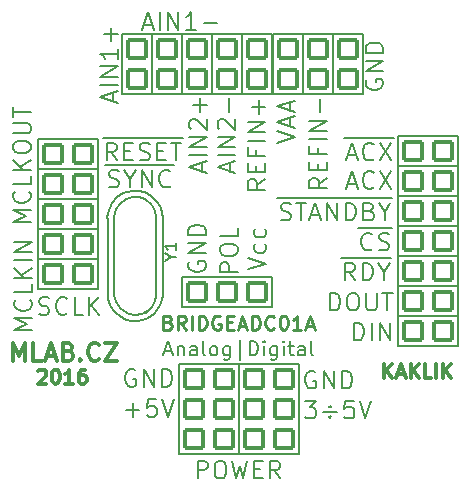
<source format=gbr>
%TF.GenerationSoftware,KiCad,Pcbnew,(5.99.0-10394-g2e15de97e0)*%
%TF.CreationDate,2021-05-18T08:40:14+02:00*%
%TF.ProjectId,BRIDGEADC01A,42524944-4745-4414-9443-3031412e6b69,REV*%
%TF.SameCoordinates,Original*%
%TF.FileFunction,Legend,Top*%
%TF.FilePolarity,Positive*%
%FSLAX46Y46*%
G04 Gerber Fmt 4.6, Leading zero omitted, Abs format (unit mm)*
G04 Created by KiCad (PCBNEW (5.99.0-10394-g2e15de97e0)) date 2021-05-18 08:40:14*
%MOMM*%
%LPD*%
G01*
G04 APERTURE LIST*
G04 Aperture macros list*
%AMRoundRect*
0 Rectangle with rounded corners*
0 $1 Rounding radius*
0 $2 $3 $4 $5 $6 $7 $8 $9 X,Y pos of 4 corners*
0 Add a 4 corners polygon primitive as box body*
4,1,4,$2,$3,$4,$5,$6,$7,$8,$9,$2,$3,0*
0 Add four circle primitives for the rounded corners*
1,1,$1+$1,$2,$3*
1,1,$1+$1,$4,$5*
1,1,$1+$1,$6,$7*
1,1,$1+$1,$8,$9*
0 Add four rect primitives between the rounded corners*
20,1,$1+$1,$2,$3,$4,$5,0*
20,1,$1+$1,$4,$5,$6,$7,0*
20,1,$1+$1,$6,$7,$8,$9,0*
20,1,$1+$1,$8,$9,$2,$3,0*%
G04 Aperture macros list end*
%ADD10C,0.150000*%
%ADD11C,0.250000*%
%ADD12C,0.200000*%
%ADD13C,0.300000*%
%ADD14R,1.524000X1.524000*%
%ADD15C,1.501140*%
%ADD16RoundRect,0.200000X0.762000X0.762000X-0.762000X0.762000X-0.762000X-0.762000X0.762000X-0.762000X0*%
%ADD17RoundRect,0.200000X0.762000X-0.762000X0.762000X0.762000X-0.762000X0.762000X-0.762000X-0.762000X0*%
%ADD18RoundRect,0.200000X-0.762000X-0.762000X0.762000X-0.762000X0.762000X0.762000X-0.762000X0.762000X0*%
%ADD19RoundRect,0.200000X-0.762000X0.762000X-0.762000X-0.762000X0.762000X-0.762000X0.762000X0.762000X0*%
%ADD20C,6.400000*%
%ADD21C,1.901140*%
G04 APERTURE END LIST*
D10*
X146543142Y-104979000D02*
X146400285Y-104907571D01*
X146186000Y-104907571D01*
X145971714Y-104979000D01*
X145828857Y-105121857D01*
X145757428Y-105264714D01*
X145686000Y-105550428D01*
X145686000Y-105764714D01*
X145757428Y-106050428D01*
X145828857Y-106193285D01*
X145971714Y-106336142D01*
X146186000Y-106407571D01*
X146328857Y-106407571D01*
X146543142Y-106336142D01*
X146614571Y-106264714D01*
X146614571Y-105764714D01*
X146328857Y-105764714D01*
X147257428Y-106407571D02*
X147257428Y-104907571D01*
X148114571Y-106407571D01*
X148114571Y-104907571D01*
X148828857Y-106407571D02*
X148828857Y-104907571D01*
X149186000Y-104907571D01*
X149400285Y-104979000D01*
X149543142Y-105121857D01*
X149614571Y-105264714D01*
X149686000Y-105550428D01*
X149686000Y-105764714D01*
X149614571Y-106050428D01*
X149543142Y-106193285D01*
X149400285Y-106336142D01*
X149186000Y-106407571D01*
X148828857Y-106407571D01*
X135887000Y-95695857D02*
X135815571Y-95838714D01*
X135815571Y-96053000D01*
X135887000Y-96267285D01*
X136029857Y-96410142D01*
X136172714Y-96481571D01*
X136458428Y-96553000D01*
X136672714Y-96553000D01*
X136958428Y-96481571D01*
X137101285Y-96410142D01*
X137244142Y-96267285D01*
X137315571Y-96053000D01*
X137315571Y-95910142D01*
X137244142Y-95695857D01*
X137172714Y-95624428D01*
X136672714Y-95624428D01*
X136672714Y-95910142D01*
X137315571Y-94981571D02*
X135815571Y-94981571D01*
X137315571Y-94124428D01*
X135815571Y-94124428D01*
X137315571Y-93410142D02*
X135815571Y-93410142D01*
X135815571Y-93053000D01*
X135887000Y-92838714D01*
X136029857Y-92695857D01*
X136172714Y-92624428D01*
X136458428Y-92553000D01*
X136672714Y-92553000D01*
X136958428Y-92624428D01*
X137101285Y-92695857D01*
X137244142Y-92838714D01*
X137315571Y-93053000D01*
X137315571Y-93410142D01*
X140895571Y-96338714D02*
X142395571Y-95838714D01*
X140895571Y-95338714D01*
X142324142Y-94195857D02*
X142395571Y-94338714D01*
X142395571Y-94624428D01*
X142324142Y-94767285D01*
X142252714Y-94838714D01*
X142109857Y-94910142D01*
X141681285Y-94910142D01*
X141538428Y-94838714D01*
X141467000Y-94767285D01*
X141395571Y-94624428D01*
X141395571Y-94338714D01*
X141467000Y-94195857D01*
X142324142Y-92910142D02*
X142395571Y-93053000D01*
X142395571Y-93338714D01*
X142324142Y-93481571D01*
X142252714Y-93553000D01*
X142109857Y-93624428D01*
X141681285Y-93624428D01*
X141538428Y-93553000D01*
X141467000Y-93481571D01*
X141395571Y-93338714D01*
X141395571Y-93053000D01*
X141467000Y-92910142D01*
X136601714Y-114027571D02*
X136601714Y-112527571D01*
X137173142Y-112527571D01*
X137316000Y-112599000D01*
X137387428Y-112670428D01*
X137458857Y-112813285D01*
X137458857Y-113027571D01*
X137387428Y-113170428D01*
X137316000Y-113241857D01*
X137173142Y-113313285D01*
X136601714Y-113313285D01*
X138387428Y-112527571D02*
X138673142Y-112527571D01*
X138816000Y-112599000D01*
X138958857Y-112741857D01*
X139030285Y-113027571D01*
X139030285Y-113527571D01*
X138958857Y-113813285D01*
X138816000Y-113956142D01*
X138673142Y-114027571D01*
X138387428Y-114027571D01*
X138244571Y-113956142D01*
X138101714Y-113813285D01*
X138030285Y-113527571D01*
X138030285Y-113027571D01*
X138101714Y-112741857D01*
X138244571Y-112599000D01*
X138387428Y-112527571D01*
X139530285Y-112527571D02*
X139887428Y-114027571D01*
X140173142Y-112956142D01*
X140458857Y-114027571D01*
X140816000Y-112527571D01*
X141387428Y-113241857D02*
X141887428Y-113241857D01*
X142101714Y-114027571D02*
X141387428Y-114027571D01*
X141387428Y-112527571D01*
X142101714Y-112527571D01*
X143601714Y-114027571D02*
X143101714Y-113313285D01*
X142744571Y-114027571D02*
X142744571Y-112527571D01*
X143316000Y-112527571D01*
X143458857Y-112599000D01*
X143530285Y-112670428D01*
X143601714Y-112813285D01*
X143601714Y-113027571D01*
X143530285Y-113170428D01*
X143458857Y-113241857D01*
X143316000Y-113313285D01*
X142744571Y-113313285D01*
D11*
X134103214Y-100815785D02*
X134274642Y-100872928D01*
X134331785Y-100930071D01*
X134388928Y-101044357D01*
X134388928Y-101215785D01*
X134331785Y-101330071D01*
X134274642Y-101387214D01*
X134160357Y-101444357D01*
X133703214Y-101444357D01*
X133703214Y-100244357D01*
X134103214Y-100244357D01*
X134217500Y-100301500D01*
X134274642Y-100358642D01*
X134331785Y-100472928D01*
X134331785Y-100587214D01*
X134274642Y-100701500D01*
X134217500Y-100758642D01*
X134103214Y-100815785D01*
X133703214Y-100815785D01*
X135588928Y-101444357D02*
X135188928Y-100872928D01*
X134903214Y-101444357D02*
X134903214Y-100244357D01*
X135360357Y-100244357D01*
X135474642Y-100301500D01*
X135531785Y-100358642D01*
X135588928Y-100472928D01*
X135588928Y-100644357D01*
X135531785Y-100758642D01*
X135474642Y-100815785D01*
X135360357Y-100872928D01*
X134903214Y-100872928D01*
X136103214Y-101444357D02*
X136103214Y-100244357D01*
X136674642Y-101444357D02*
X136674642Y-100244357D01*
X136960357Y-100244357D01*
X137131785Y-100301500D01*
X137246071Y-100415785D01*
X137303214Y-100530071D01*
X137360357Y-100758642D01*
X137360357Y-100930071D01*
X137303214Y-101158642D01*
X137246071Y-101272928D01*
X137131785Y-101387214D01*
X136960357Y-101444357D01*
X136674642Y-101444357D01*
X138503214Y-100301500D02*
X138388928Y-100244357D01*
X138217500Y-100244357D01*
X138046071Y-100301500D01*
X137931785Y-100415785D01*
X137874642Y-100530071D01*
X137817500Y-100758642D01*
X137817500Y-100930071D01*
X137874642Y-101158642D01*
X137931785Y-101272928D01*
X138046071Y-101387214D01*
X138217500Y-101444357D01*
X138331785Y-101444357D01*
X138503214Y-101387214D01*
X138560357Y-101330071D01*
X138560357Y-100930071D01*
X138331785Y-100930071D01*
X139074642Y-100815785D02*
X139474642Y-100815785D01*
X139646071Y-101444357D02*
X139074642Y-101444357D01*
X139074642Y-100244357D01*
X139646071Y-100244357D01*
X140103214Y-101101500D02*
X140674642Y-101101500D01*
X139988928Y-101444357D02*
X140388928Y-100244357D01*
X140788928Y-101444357D01*
X141188928Y-101444357D02*
X141188928Y-100244357D01*
X141474642Y-100244357D01*
X141646071Y-100301500D01*
X141760357Y-100415785D01*
X141817500Y-100530071D01*
X141874642Y-100758642D01*
X141874642Y-100930071D01*
X141817500Y-101158642D01*
X141760357Y-101272928D01*
X141646071Y-101387214D01*
X141474642Y-101444357D01*
X141188928Y-101444357D01*
X143074642Y-101330071D02*
X143017500Y-101387214D01*
X142846071Y-101444357D01*
X142731785Y-101444357D01*
X142560357Y-101387214D01*
X142446071Y-101272928D01*
X142388928Y-101158642D01*
X142331785Y-100930071D01*
X142331785Y-100758642D01*
X142388928Y-100530071D01*
X142446071Y-100415785D01*
X142560357Y-100301500D01*
X142731785Y-100244357D01*
X142846071Y-100244357D01*
X143017500Y-100301500D01*
X143074642Y-100358642D01*
X143817500Y-100244357D02*
X143931785Y-100244357D01*
X144046071Y-100301500D01*
X144103214Y-100358642D01*
X144160357Y-100472928D01*
X144217500Y-100701500D01*
X144217500Y-100987214D01*
X144160357Y-101215785D01*
X144103214Y-101330071D01*
X144046071Y-101387214D01*
X143931785Y-101444357D01*
X143817500Y-101444357D01*
X143703214Y-101387214D01*
X143646071Y-101330071D01*
X143588928Y-101215785D01*
X143531785Y-100987214D01*
X143531785Y-100701500D01*
X143588928Y-100472928D01*
X143646071Y-100358642D01*
X143703214Y-100301500D01*
X143817500Y-100244357D01*
X145360357Y-101444357D02*
X144674642Y-101444357D01*
X145017500Y-101444357D02*
X145017500Y-100244357D01*
X144903214Y-100415785D01*
X144788928Y-100530071D01*
X144674642Y-100587214D01*
X145817500Y-101101500D02*
X146388928Y-101101500D01*
X145703214Y-101444357D02*
X146103214Y-100244357D01*
X146503214Y-101444357D01*
D12*
X133823857Y-103260500D02*
X134395285Y-103260500D01*
X133709571Y-103603357D02*
X134109571Y-102403357D01*
X134509571Y-103603357D01*
X134909571Y-102803357D02*
X134909571Y-103603357D01*
X134909571Y-102917642D02*
X134966714Y-102860500D01*
X135081000Y-102803357D01*
X135252428Y-102803357D01*
X135366714Y-102860500D01*
X135423857Y-102974785D01*
X135423857Y-103603357D01*
X136509571Y-103603357D02*
X136509571Y-102974785D01*
X136452428Y-102860500D01*
X136338142Y-102803357D01*
X136109571Y-102803357D01*
X135995285Y-102860500D01*
X136509571Y-103546214D02*
X136395285Y-103603357D01*
X136109571Y-103603357D01*
X135995285Y-103546214D01*
X135938142Y-103431928D01*
X135938142Y-103317642D01*
X135995285Y-103203357D01*
X136109571Y-103146214D01*
X136395285Y-103146214D01*
X136509571Y-103089071D01*
X137252428Y-103603357D02*
X137138142Y-103546214D01*
X137081000Y-103431928D01*
X137081000Y-102403357D01*
X137881000Y-103603357D02*
X137766714Y-103546214D01*
X137709571Y-103489071D01*
X137652428Y-103374785D01*
X137652428Y-103031928D01*
X137709571Y-102917642D01*
X137766714Y-102860500D01*
X137881000Y-102803357D01*
X138052428Y-102803357D01*
X138166714Y-102860500D01*
X138223857Y-102917642D01*
X138281000Y-103031928D01*
X138281000Y-103374785D01*
X138223857Y-103489071D01*
X138166714Y-103546214D01*
X138052428Y-103603357D01*
X137881000Y-103603357D01*
X139309571Y-102803357D02*
X139309571Y-103774785D01*
X139252428Y-103889071D01*
X139195285Y-103946214D01*
X139081000Y-104003357D01*
X138909571Y-104003357D01*
X138795285Y-103946214D01*
X139309571Y-103546214D02*
X139195285Y-103603357D01*
X138966714Y-103603357D01*
X138852428Y-103546214D01*
X138795285Y-103489071D01*
X138738142Y-103374785D01*
X138738142Y-103031928D01*
X138795285Y-102917642D01*
X138852428Y-102860500D01*
X138966714Y-102803357D01*
X139195285Y-102803357D01*
X139309571Y-102860500D01*
X140166714Y-104003357D02*
X140166714Y-102289071D01*
X141023857Y-103603357D02*
X141023857Y-102403357D01*
X141309571Y-102403357D01*
X141481000Y-102460500D01*
X141595285Y-102574785D01*
X141652428Y-102689071D01*
X141709571Y-102917642D01*
X141709571Y-103089071D01*
X141652428Y-103317642D01*
X141595285Y-103431928D01*
X141481000Y-103546214D01*
X141309571Y-103603357D01*
X141023857Y-103603357D01*
X142223857Y-103603357D02*
X142223857Y-102803357D01*
X142223857Y-102403357D02*
X142166714Y-102460500D01*
X142223857Y-102517642D01*
X142281000Y-102460500D01*
X142223857Y-102403357D01*
X142223857Y-102517642D01*
X143309571Y-102803357D02*
X143309571Y-103774785D01*
X143252428Y-103889071D01*
X143195285Y-103946214D01*
X143081000Y-104003357D01*
X142909571Y-104003357D01*
X142795285Y-103946214D01*
X143309571Y-103546214D02*
X143195285Y-103603357D01*
X142966714Y-103603357D01*
X142852428Y-103546214D01*
X142795285Y-103489071D01*
X142738142Y-103374785D01*
X142738142Y-103031928D01*
X142795285Y-102917642D01*
X142852428Y-102860500D01*
X142966714Y-102803357D01*
X143195285Y-102803357D01*
X143309571Y-102860500D01*
X143881000Y-103603357D02*
X143881000Y-102803357D01*
X143881000Y-102403357D02*
X143823857Y-102460500D01*
X143881000Y-102517642D01*
X143938142Y-102460500D01*
X143881000Y-102403357D01*
X143881000Y-102517642D01*
X144281000Y-102803357D02*
X144738142Y-102803357D01*
X144452428Y-102403357D02*
X144452428Y-103431928D01*
X144509571Y-103546214D01*
X144623857Y-103603357D01*
X144738142Y-103603357D01*
X145652428Y-103603357D02*
X145652428Y-102974785D01*
X145595285Y-102860500D01*
X145481000Y-102803357D01*
X145252428Y-102803357D01*
X145138142Y-102860500D01*
X145652428Y-103546214D02*
X145538142Y-103603357D01*
X145252428Y-103603357D01*
X145138142Y-103546214D01*
X145081000Y-103431928D01*
X145081000Y-103317642D01*
X145138142Y-103203357D01*
X145252428Y-103146214D01*
X145538142Y-103146214D01*
X145652428Y-103089071D01*
X146395285Y-103603357D02*
X146281000Y-103546214D01*
X146223857Y-103431928D01*
X146223857Y-102403357D01*
D13*
X120964071Y-104056571D02*
X120964071Y-102556571D01*
X121464071Y-103628000D01*
X121964071Y-102556571D01*
X121964071Y-104056571D01*
X123392642Y-104056571D02*
X122678357Y-104056571D01*
X122678357Y-102556571D01*
X123821214Y-103628000D02*
X124535500Y-103628000D01*
X123678357Y-104056571D02*
X124178357Y-102556571D01*
X124678357Y-104056571D01*
X125678357Y-103270857D02*
X125892642Y-103342285D01*
X125964071Y-103413714D01*
X126035500Y-103556571D01*
X126035500Y-103770857D01*
X125964071Y-103913714D01*
X125892642Y-103985142D01*
X125749785Y-104056571D01*
X125178357Y-104056571D01*
X125178357Y-102556571D01*
X125678357Y-102556571D01*
X125821214Y-102628000D01*
X125892642Y-102699428D01*
X125964071Y-102842285D01*
X125964071Y-102985142D01*
X125892642Y-103128000D01*
X125821214Y-103199428D01*
X125678357Y-103270857D01*
X125178357Y-103270857D01*
X126678357Y-103913714D02*
X126749785Y-103985142D01*
X126678357Y-104056571D01*
X126606928Y-103985142D01*
X126678357Y-103913714D01*
X126678357Y-104056571D01*
X128249785Y-103913714D02*
X128178357Y-103985142D01*
X127964071Y-104056571D01*
X127821214Y-104056571D01*
X127606928Y-103985142D01*
X127464071Y-103842285D01*
X127392642Y-103699428D01*
X127321214Y-103413714D01*
X127321214Y-103199428D01*
X127392642Y-102913714D01*
X127464071Y-102770857D01*
X127606928Y-102628000D01*
X127821214Y-102556571D01*
X127964071Y-102556571D01*
X128178357Y-102628000D01*
X128249785Y-102699428D01*
X128749785Y-102556571D02*
X129749785Y-102556571D01*
X128749785Y-104056571D01*
X129749785Y-104056571D01*
D10*
X131303142Y-104852000D02*
X131160285Y-104780571D01*
X130946000Y-104780571D01*
X130731714Y-104852000D01*
X130588857Y-104994857D01*
X130517428Y-105137714D01*
X130446000Y-105423428D01*
X130446000Y-105637714D01*
X130517428Y-105923428D01*
X130588857Y-106066285D01*
X130731714Y-106209142D01*
X130946000Y-106280571D01*
X131088857Y-106280571D01*
X131303142Y-106209142D01*
X131374571Y-106137714D01*
X131374571Y-105637714D01*
X131088857Y-105637714D01*
X132017428Y-106280571D02*
X132017428Y-104780571D01*
X132874571Y-106280571D01*
X132874571Y-104780571D01*
X133588857Y-106280571D02*
X133588857Y-104780571D01*
X133946000Y-104780571D01*
X134160285Y-104852000D01*
X134303142Y-104994857D01*
X134374571Y-105137714D01*
X134446000Y-105423428D01*
X134446000Y-105637714D01*
X134374571Y-105923428D01*
X134303142Y-106066285D01*
X134160285Y-106209142D01*
X133946000Y-106280571D01*
X133588857Y-106280571D01*
D13*
X123101357Y-104930642D02*
X123158500Y-104873500D01*
X123272785Y-104816357D01*
X123558500Y-104816357D01*
X123672785Y-104873500D01*
X123729928Y-104930642D01*
X123787071Y-105044928D01*
X123787071Y-105159214D01*
X123729928Y-105330642D01*
X123044214Y-106016357D01*
X123787071Y-106016357D01*
X124529928Y-104816357D02*
X124644214Y-104816357D01*
X124758500Y-104873500D01*
X124815642Y-104930642D01*
X124872785Y-105044928D01*
X124929928Y-105273500D01*
X124929928Y-105559214D01*
X124872785Y-105787785D01*
X124815642Y-105902071D01*
X124758500Y-105959214D01*
X124644214Y-106016357D01*
X124529928Y-106016357D01*
X124415642Y-105959214D01*
X124358500Y-105902071D01*
X124301357Y-105787785D01*
X124244214Y-105559214D01*
X124244214Y-105273500D01*
X124301357Y-105044928D01*
X124358500Y-104930642D01*
X124415642Y-104873500D01*
X124529928Y-104816357D01*
X126072785Y-106016357D02*
X125387071Y-106016357D01*
X125729928Y-106016357D02*
X125729928Y-104816357D01*
X125615642Y-104987785D01*
X125501357Y-105102071D01*
X125387071Y-105159214D01*
X127101357Y-104816357D02*
X126872785Y-104816357D01*
X126758500Y-104873500D01*
X126701357Y-104930642D01*
X126587071Y-105102071D01*
X126529928Y-105330642D01*
X126529928Y-105787785D01*
X126587071Y-105902071D01*
X126644214Y-105959214D01*
X126758500Y-106016357D01*
X126987071Y-106016357D01*
X127101357Y-105959214D01*
X127158500Y-105902071D01*
X127215642Y-105787785D01*
X127215642Y-105502071D01*
X127158500Y-105387785D01*
X127101357Y-105330642D01*
X126987071Y-105273500D01*
X126758500Y-105273500D01*
X126644214Y-105330642D01*
X126587071Y-105387785D01*
X126529928Y-105502071D01*
X152394000Y-105508357D02*
X152394000Y-104308357D01*
X153079714Y-105508357D02*
X152565428Y-104822642D01*
X153079714Y-104308357D02*
X152394000Y-104994071D01*
X153536857Y-105165500D02*
X154108285Y-105165500D01*
X153422571Y-105508357D02*
X153822571Y-104308357D01*
X154222571Y-105508357D01*
X154622571Y-105508357D02*
X154622571Y-104308357D01*
X155308285Y-105508357D02*
X154794000Y-104822642D01*
X155308285Y-104308357D02*
X154622571Y-104994071D01*
X156394000Y-105508357D02*
X155822571Y-105508357D01*
X155822571Y-104308357D01*
X156794000Y-105508357D02*
X156794000Y-104308357D01*
X157365428Y-105508357D02*
X157365428Y-104308357D01*
X158051142Y-105508357D02*
X157536857Y-104822642D01*
X158051142Y-104308357D02*
X157365428Y-104994071D01*
D10*
%TO.C,J1*%
X145662285Y-107447571D02*
X146590857Y-107447571D01*
X146090857Y-108019000D01*
X146305142Y-108019000D01*
X146448000Y-108090428D01*
X146519428Y-108161857D01*
X146590857Y-108304714D01*
X146590857Y-108661857D01*
X146519428Y-108804714D01*
X146448000Y-108876142D01*
X146305142Y-108947571D01*
X145876571Y-108947571D01*
X145733714Y-108876142D01*
X145662285Y-108804714D01*
X148376571Y-108376142D02*
X147233714Y-108376142D01*
X147805142Y-108733285D02*
X147876571Y-108804714D01*
X147805142Y-108876142D01*
X147733714Y-108804714D01*
X147805142Y-108733285D01*
X147805142Y-108876142D01*
X147805142Y-107876142D02*
X147876571Y-107947571D01*
X147805142Y-108019000D01*
X147733714Y-107947571D01*
X147805142Y-107876142D01*
X147805142Y-108019000D01*
X149805142Y-107447571D02*
X149090857Y-107447571D01*
X149019428Y-108161857D01*
X149090857Y-108090428D01*
X149233714Y-108019000D01*
X149590857Y-108019000D01*
X149733714Y-108090428D01*
X149805142Y-108161857D01*
X149876571Y-108304714D01*
X149876571Y-108661857D01*
X149805142Y-108804714D01*
X149733714Y-108876142D01*
X149590857Y-108947571D01*
X149233714Y-108947571D01*
X149090857Y-108876142D01*
X149019428Y-108804714D01*
X150305142Y-107447571D02*
X150805142Y-108947571D01*
X151305142Y-107447571D01*
%TO.C,J2*%
X149293571Y-89088000D02*
X150007857Y-89088000D01*
X149150714Y-89516571D02*
X149650714Y-88016571D01*
X150150714Y-89516571D01*
X151507857Y-89373714D02*
X151436428Y-89445142D01*
X151222142Y-89516571D01*
X151079285Y-89516571D01*
X150865000Y-89445142D01*
X150722142Y-89302285D01*
X150650714Y-89159428D01*
X150579285Y-88873714D01*
X150579285Y-88659428D01*
X150650714Y-88373714D01*
X150722142Y-88230857D01*
X150865000Y-88088000D01*
X151079285Y-88016571D01*
X151222142Y-88016571D01*
X151436428Y-88088000D01*
X151507857Y-88159428D01*
X152007857Y-88016571D02*
X153007857Y-89516571D01*
X153007857Y-88016571D02*
X152007857Y-89516571D01*
%TO.C,J3*%
X149007857Y-85180000D02*
X150293571Y-85180000D01*
X149293571Y-86675000D02*
X150007857Y-86675000D01*
X149150714Y-87103571D02*
X149650714Y-85603571D01*
X150150714Y-87103571D01*
X150293571Y-85180000D02*
X151793571Y-85180000D01*
X151507857Y-86960714D02*
X151436428Y-87032142D01*
X151222142Y-87103571D01*
X151079285Y-87103571D01*
X150865000Y-87032142D01*
X150722142Y-86889285D01*
X150650714Y-86746428D01*
X150579285Y-86460714D01*
X150579285Y-86246428D01*
X150650714Y-85960714D01*
X150722142Y-85817857D01*
X150865000Y-85675000D01*
X151079285Y-85603571D01*
X151222142Y-85603571D01*
X151436428Y-85675000D01*
X151507857Y-85746428D01*
X151793571Y-85180000D02*
X153222142Y-85180000D01*
X152007857Y-85603571D02*
X153007857Y-87103571D01*
X153007857Y-85603571D02*
X152007857Y-87103571D01*
%TO.C,J4*%
X129409000Y-82073357D02*
X129409000Y-81359071D01*
X129837571Y-82216214D02*
X128337571Y-81716214D01*
X129837571Y-81216214D01*
X129837571Y-80716214D02*
X128337571Y-80716214D01*
X129837571Y-80001928D02*
X128337571Y-80001928D01*
X129837571Y-79144785D01*
X128337571Y-79144785D01*
X129837571Y-77644785D02*
X129837571Y-78501928D01*
X129837571Y-78073357D02*
X128337571Y-78073357D01*
X128551857Y-78216214D01*
X128694714Y-78359071D01*
X128766142Y-78501928D01*
X129266142Y-77001928D02*
X129266142Y-75859071D01*
X129837571Y-76430500D02*
X128694714Y-76430500D01*
%TO.C,J5*%
X132033642Y-75626000D02*
X132747928Y-75626000D01*
X131890785Y-76054571D02*
X132390785Y-74554571D01*
X132890785Y-76054571D01*
X133390785Y-76054571D02*
X133390785Y-74554571D01*
X134105071Y-76054571D02*
X134105071Y-74554571D01*
X134962214Y-76054571D01*
X134962214Y-74554571D01*
X136462214Y-76054571D02*
X135605071Y-76054571D01*
X136033642Y-76054571D02*
X136033642Y-74554571D01*
X135890785Y-74768857D01*
X135747928Y-74911714D01*
X135605071Y-74983142D01*
X137105071Y-75483142D02*
X138247928Y-75483142D01*
%TO.C,J6*%
X136950500Y-88043857D02*
X136950500Y-87329571D01*
X137379071Y-88186714D02*
X135879071Y-87686714D01*
X137379071Y-87186714D01*
X137379071Y-86686714D02*
X135879071Y-86686714D01*
X137379071Y-85972428D02*
X135879071Y-85972428D01*
X137379071Y-85115285D01*
X135879071Y-85115285D01*
X136021928Y-84472428D02*
X135950500Y-84401000D01*
X135879071Y-84258142D01*
X135879071Y-83901000D01*
X135950500Y-83758142D01*
X136021928Y-83686714D01*
X136164785Y-83615285D01*
X136307642Y-83615285D01*
X136521928Y-83686714D01*
X137379071Y-84543857D01*
X137379071Y-83615285D01*
X136807642Y-82972428D02*
X136807642Y-81829571D01*
X137379071Y-82401000D02*
X136236214Y-82401000D01*
%TO.C,J7*%
X139363500Y-88043857D02*
X139363500Y-87329571D01*
X139792071Y-88186714D02*
X138292071Y-87686714D01*
X139792071Y-87186714D01*
X139792071Y-86686714D02*
X138292071Y-86686714D01*
X139792071Y-85972428D02*
X138292071Y-85972428D01*
X139792071Y-85115285D01*
X138292071Y-85115285D01*
X138434928Y-84472428D02*
X138363500Y-84401000D01*
X138292071Y-84258142D01*
X138292071Y-83901000D01*
X138363500Y-83758142D01*
X138434928Y-83686714D01*
X138577785Y-83615285D01*
X138720642Y-83615285D01*
X138934928Y-83686714D01*
X139792071Y-84543857D01*
X139792071Y-83615285D01*
X139220642Y-82972428D02*
X139220642Y-81829571D01*
%TO.C,J8*%
X147554071Y-88590071D02*
X146839785Y-89090071D01*
X147554071Y-89447214D02*
X146054071Y-89447214D01*
X146054071Y-88875785D01*
X146125500Y-88732928D01*
X146196928Y-88661500D01*
X146339785Y-88590071D01*
X146554071Y-88590071D01*
X146696928Y-88661500D01*
X146768357Y-88732928D01*
X146839785Y-88875785D01*
X146839785Y-89447214D01*
X146768357Y-87947214D02*
X146768357Y-87447214D01*
X147554071Y-87232928D02*
X147554071Y-87947214D01*
X146054071Y-87947214D01*
X146054071Y-87232928D01*
X146768357Y-86090071D02*
X146768357Y-86590071D01*
X147554071Y-86590071D02*
X146054071Y-86590071D01*
X146054071Y-85875785D01*
X147554071Y-85304357D02*
X146054071Y-85304357D01*
X147554071Y-84590071D02*
X146054071Y-84590071D01*
X147554071Y-83732928D01*
X146054071Y-83732928D01*
X146982642Y-83018642D02*
X146982642Y-81875785D01*
%TO.C,J9*%
X142332071Y-88718571D02*
X141617785Y-89218571D01*
X142332071Y-89575714D02*
X140832071Y-89575714D01*
X140832071Y-89004285D01*
X140903500Y-88861428D01*
X140974928Y-88790000D01*
X141117785Y-88718571D01*
X141332071Y-88718571D01*
X141474928Y-88790000D01*
X141546357Y-88861428D01*
X141617785Y-89004285D01*
X141617785Y-89575714D01*
X141546357Y-88075714D02*
X141546357Y-87575714D01*
X142332071Y-87361428D02*
X142332071Y-88075714D01*
X140832071Y-88075714D01*
X140832071Y-87361428D01*
X141546357Y-86218571D02*
X141546357Y-86718571D01*
X142332071Y-86718571D02*
X140832071Y-86718571D01*
X140832071Y-86004285D01*
X142332071Y-85432857D02*
X140832071Y-85432857D01*
X142332071Y-84718571D02*
X140832071Y-84718571D01*
X142332071Y-83861428D01*
X140832071Y-83861428D01*
X141760642Y-83147142D02*
X141760642Y-82004285D01*
X142332071Y-82575714D02*
X141189214Y-82575714D01*
%TO.C,J10*%
X139982571Y-96592714D02*
X138482571Y-96592714D01*
X138482571Y-96021285D01*
X138554000Y-95878428D01*
X138625428Y-95807000D01*
X138768285Y-95735571D01*
X138982571Y-95735571D01*
X139125428Y-95807000D01*
X139196857Y-95878428D01*
X139268285Y-96021285D01*
X139268285Y-96592714D01*
X138482571Y-94807000D02*
X138482571Y-94521285D01*
X138554000Y-94378428D01*
X138696857Y-94235571D01*
X138982571Y-94164142D01*
X139482571Y-94164142D01*
X139768285Y-94235571D01*
X139911142Y-94378428D01*
X139982571Y-94521285D01*
X139982571Y-94807000D01*
X139911142Y-94949857D01*
X139768285Y-95092714D01*
X139482571Y-95164142D01*
X138982571Y-95164142D01*
X138696857Y-95092714D01*
X138554000Y-94949857D01*
X138482571Y-94807000D01*
X139982571Y-92807000D02*
X139982571Y-93521285D01*
X138482571Y-93521285D01*
%TO.C,J11*%
X128545142Y-85180000D02*
X130045142Y-85180000D01*
X129759428Y-87103571D02*
X129259428Y-86389285D01*
X128902285Y-87103571D02*
X128902285Y-85603571D01*
X129473714Y-85603571D01*
X129616571Y-85675000D01*
X129688000Y-85746428D01*
X129759428Y-85889285D01*
X129759428Y-86103571D01*
X129688000Y-86246428D01*
X129616571Y-86317857D01*
X129473714Y-86389285D01*
X128902285Y-86389285D01*
X130045142Y-85180000D02*
X131402285Y-85180000D01*
X130402285Y-86317857D02*
X130902285Y-86317857D01*
X131116571Y-87103571D02*
X130402285Y-87103571D01*
X130402285Y-85603571D01*
X131116571Y-85603571D01*
X131402285Y-85180000D02*
X132830857Y-85180000D01*
X131688000Y-87032142D02*
X131902285Y-87103571D01*
X132259428Y-87103571D01*
X132402285Y-87032142D01*
X132473714Y-86960714D01*
X132545142Y-86817857D01*
X132545142Y-86675000D01*
X132473714Y-86532142D01*
X132402285Y-86460714D01*
X132259428Y-86389285D01*
X131973714Y-86317857D01*
X131830857Y-86246428D01*
X131759428Y-86175000D01*
X131688000Y-86032142D01*
X131688000Y-85889285D01*
X131759428Y-85746428D01*
X131830857Y-85675000D01*
X131973714Y-85603571D01*
X132330857Y-85603571D01*
X132545142Y-85675000D01*
X132830857Y-85180000D02*
X134188000Y-85180000D01*
X133188000Y-86317857D02*
X133688000Y-86317857D01*
X133902285Y-87103571D02*
X133188000Y-87103571D01*
X133188000Y-85603571D01*
X133902285Y-85603571D01*
X134188000Y-85180000D02*
X135330857Y-85180000D01*
X134330857Y-85603571D02*
X135188000Y-85603571D01*
X134759428Y-87103571D02*
X134759428Y-85603571D01*
%TO.C,J12*%
X128791142Y-87466000D02*
X130219714Y-87466000D01*
X129076857Y-89318142D02*
X129291142Y-89389571D01*
X129648285Y-89389571D01*
X129791142Y-89318142D01*
X129862571Y-89246714D01*
X129934000Y-89103857D01*
X129934000Y-88961000D01*
X129862571Y-88818142D01*
X129791142Y-88746714D01*
X129648285Y-88675285D01*
X129362571Y-88603857D01*
X129219714Y-88532428D01*
X129148285Y-88461000D01*
X129076857Y-88318142D01*
X129076857Y-88175285D01*
X129148285Y-88032428D01*
X129219714Y-87961000D01*
X129362571Y-87889571D01*
X129719714Y-87889571D01*
X129934000Y-87961000D01*
X130219714Y-87466000D02*
X131505428Y-87466000D01*
X130862571Y-88675285D02*
X130862571Y-89389571D01*
X130362571Y-87889571D02*
X130862571Y-88675285D01*
X131362571Y-87889571D01*
X131505428Y-87466000D02*
X133076857Y-87466000D01*
X131862571Y-89389571D02*
X131862571Y-87889571D01*
X132719714Y-89389571D01*
X132719714Y-87889571D01*
X133076857Y-87466000D02*
X134576857Y-87466000D01*
X134291142Y-89246714D02*
X134219714Y-89318142D01*
X134005428Y-89389571D01*
X133862571Y-89389571D01*
X133648285Y-89318142D01*
X133505428Y-89175285D01*
X133434000Y-89032428D01*
X133362571Y-88746714D01*
X133362571Y-88532428D01*
X133434000Y-88246714D01*
X133505428Y-88103857D01*
X133648285Y-87961000D01*
X133862571Y-87889571D01*
X134005428Y-87889571D01*
X134219714Y-87961000D01*
X134291142Y-88032428D01*
%TO.C,J13*%
X148718142Y-95340000D02*
X150218142Y-95340000D01*
X149932428Y-97263571D02*
X149432428Y-96549285D01*
X149075285Y-97263571D02*
X149075285Y-95763571D01*
X149646714Y-95763571D01*
X149789571Y-95835000D01*
X149861000Y-95906428D01*
X149932428Y-96049285D01*
X149932428Y-96263571D01*
X149861000Y-96406428D01*
X149789571Y-96477857D01*
X149646714Y-96549285D01*
X149075285Y-96549285D01*
X150218142Y-95340000D02*
X151718142Y-95340000D01*
X150575285Y-97263571D02*
X150575285Y-95763571D01*
X150932428Y-95763571D01*
X151146714Y-95835000D01*
X151289571Y-95977857D01*
X151361000Y-96120714D01*
X151432428Y-96406428D01*
X151432428Y-96620714D01*
X151361000Y-96906428D01*
X151289571Y-97049285D01*
X151146714Y-97192142D01*
X150932428Y-97263571D01*
X150575285Y-97263571D01*
X151718142Y-95340000D02*
X153003857Y-95340000D01*
X152361000Y-96549285D02*
X152361000Y-97263571D01*
X151861000Y-95763571D02*
X152361000Y-96549285D01*
X152861000Y-95763571D01*
%TO.C,J14*%
X150158714Y-92800000D02*
X151658714Y-92800000D01*
X151373000Y-94580714D02*
X151301571Y-94652142D01*
X151087285Y-94723571D01*
X150944428Y-94723571D01*
X150730142Y-94652142D01*
X150587285Y-94509285D01*
X150515857Y-94366428D01*
X150444428Y-94080714D01*
X150444428Y-93866428D01*
X150515857Y-93580714D01*
X150587285Y-93437857D01*
X150730142Y-93295000D01*
X150944428Y-93223571D01*
X151087285Y-93223571D01*
X151301571Y-93295000D01*
X151373000Y-93366428D01*
X151658714Y-92800000D02*
X153087285Y-92800000D01*
X151944428Y-94652142D02*
X152158714Y-94723571D01*
X152515857Y-94723571D01*
X152658714Y-94652142D01*
X152730142Y-94580714D01*
X152801571Y-94437857D01*
X152801571Y-94295000D01*
X152730142Y-94152142D01*
X152658714Y-94080714D01*
X152515857Y-94009285D01*
X152230142Y-93937857D01*
X152087285Y-93866428D01*
X152015857Y-93795000D01*
X151944428Y-93652142D01*
X151944428Y-93509285D01*
X152015857Y-93366428D01*
X152087285Y-93295000D01*
X152230142Y-93223571D01*
X152587285Y-93223571D01*
X152801571Y-93295000D01*
%TO.C,J15*%
X123179285Y-100113142D02*
X123393571Y-100184571D01*
X123750714Y-100184571D01*
X123893571Y-100113142D01*
X123965000Y-100041714D01*
X124036428Y-99898857D01*
X124036428Y-99756000D01*
X123965000Y-99613142D01*
X123893571Y-99541714D01*
X123750714Y-99470285D01*
X123465000Y-99398857D01*
X123322142Y-99327428D01*
X123250714Y-99256000D01*
X123179285Y-99113142D01*
X123179285Y-98970285D01*
X123250714Y-98827428D01*
X123322142Y-98756000D01*
X123465000Y-98684571D01*
X123822142Y-98684571D01*
X124036428Y-98756000D01*
X125536428Y-100041714D02*
X125465000Y-100113142D01*
X125250714Y-100184571D01*
X125107857Y-100184571D01*
X124893571Y-100113142D01*
X124750714Y-99970285D01*
X124679285Y-99827428D01*
X124607857Y-99541714D01*
X124607857Y-99327428D01*
X124679285Y-99041714D01*
X124750714Y-98898857D01*
X124893571Y-98756000D01*
X125107857Y-98684571D01*
X125250714Y-98684571D01*
X125465000Y-98756000D01*
X125536428Y-98827428D01*
X126893571Y-100184571D02*
X126179285Y-100184571D01*
X126179285Y-98684571D01*
X127393571Y-100184571D02*
X127393571Y-98684571D01*
X128250714Y-100184571D02*
X127607857Y-99327428D01*
X128250714Y-98684571D02*
X127393571Y-99541714D01*
%TO.C,J16*%
X149833285Y-102343571D02*
X149833285Y-100843571D01*
X150190428Y-100843571D01*
X150404714Y-100915000D01*
X150547571Y-101057857D01*
X150619000Y-101200714D01*
X150690428Y-101486428D01*
X150690428Y-101700714D01*
X150619000Y-101986428D01*
X150547571Y-102129285D01*
X150404714Y-102272142D01*
X150190428Y-102343571D01*
X149833285Y-102343571D01*
X151333285Y-102343571D02*
X151333285Y-100843571D01*
X152047571Y-102343571D02*
X152047571Y-100843571D01*
X152904714Y-102343571D01*
X152904714Y-100843571D01*
%TO.C,J17*%
X147817285Y-99803571D02*
X147817285Y-98303571D01*
X148174428Y-98303571D01*
X148388714Y-98375000D01*
X148531571Y-98517857D01*
X148603000Y-98660714D01*
X148674428Y-98946428D01*
X148674428Y-99160714D01*
X148603000Y-99446428D01*
X148531571Y-99589285D01*
X148388714Y-99732142D01*
X148174428Y-99803571D01*
X147817285Y-99803571D01*
X149603000Y-98303571D02*
X149888714Y-98303571D01*
X150031571Y-98375000D01*
X150174428Y-98517857D01*
X150245857Y-98803571D01*
X150245857Y-99303571D01*
X150174428Y-99589285D01*
X150031571Y-99732142D01*
X149888714Y-99803571D01*
X149603000Y-99803571D01*
X149460142Y-99732142D01*
X149317285Y-99589285D01*
X149245857Y-99303571D01*
X149245857Y-98803571D01*
X149317285Y-98517857D01*
X149460142Y-98375000D01*
X149603000Y-98303571D01*
X150888714Y-98303571D02*
X150888714Y-99517857D01*
X150960142Y-99660714D01*
X151031571Y-99732142D01*
X151174428Y-99803571D01*
X151460142Y-99803571D01*
X151603000Y-99732142D01*
X151674428Y-99660714D01*
X151745857Y-99517857D01*
X151745857Y-98303571D01*
X152245857Y-98303571D02*
X153103000Y-98303571D01*
X152674428Y-99803571D02*
X152674428Y-98303571D01*
%TO.C,J18*%
X143351857Y-90260000D02*
X144780428Y-90260000D01*
X143637571Y-92112142D02*
X143851857Y-92183571D01*
X144209000Y-92183571D01*
X144351857Y-92112142D01*
X144423285Y-92040714D01*
X144494714Y-91897857D01*
X144494714Y-91755000D01*
X144423285Y-91612142D01*
X144351857Y-91540714D01*
X144209000Y-91469285D01*
X143923285Y-91397857D01*
X143780428Y-91326428D01*
X143709000Y-91255000D01*
X143637571Y-91112142D01*
X143637571Y-90969285D01*
X143709000Y-90826428D01*
X143780428Y-90755000D01*
X143923285Y-90683571D01*
X144280428Y-90683571D01*
X144494714Y-90755000D01*
X144780428Y-90260000D02*
X145923285Y-90260000D01*
X144923285Y-90683571D02*
X145780428Y-90683571D01*
X145351857Y-92183571D02*
X145351857Y-90683571D01*
X145923285Y-90260000D02*
X147209000Y-90260000D01*
X146209000Y-91755000D02*
X146923285Y-91755000D01*
X146066142Y-92183571D02*
X146566142Y-90683571D01*
X147066142Y-92183571D01*
X147209000Y-90260000D02*
X148780428Y-90260000D01*
X147566142Y-92183571D02*
X147566142Y-90683571D01*
X148423285Y-92183571D01*
X148423285Y-90683571D01*
X148780428Y-90260000D02*
X150280428Y-90260000D01*
X149137571Y-92183571D02*
X149137571Y-90683571D01*
X149494714Y-90683571D01*
X149709000Y-90755000D01*
X149851857Y-90897857D01*
X149923285Y-91040714D01*
X149994714Y-91326428D01*
X149994714Y-91540714D01*
X149923285Y-91826428D01*
X149851857Y-91969285D01*
X149709000Y-92112142D01*
X149494714Y-92183571D01*
X149137571Y-92183571D01*
X150280428Y-90260000D02*
X151780428Y-90260000D01*
X151137571Y-91397857D02*
X151351857Y-91469285D01*
X151423285Y-91540714D01*
X151494714Y-91683571D01*
X151494714Y-91897857D01*
X151423285Y-92040714D01*
X151351857Y-92112142D01*
X151209000Y-92183571D01*
X150637571Y-92183571D01*
X150637571Y-90683571D01*
X151137571Y-90683571D01*
X151280428Y-90755000D01*
X151351857Y-90826428D01*
X151423285Y-90969285D01*
X151423285Y-91112142D01*
X151351857Y-91255000D01*
X151280428Y-91326428D01*
X151137571Y-91397857D01*
X150637571Y-91397857D01*
X151780428Y-90260000D02*
X153066142Y-90260000D01*
X152423285Y-91469285D02*
X152423285Y-92183571D01*
X151923285Y-90683571D02*
X152423285Y-91469285D01*
X152923285Y-90683571D01*
%TO.C,J19*%
X130517428Y-108249142D02*
X131660285Y-108249142D01*
X131088857Y-108820571D02*
X131088857Y-107677714D01*
X133088857Y-107320571D02*
X132374571Y-107320571D01*
X132303142Y-108034857D01*
X132374571Y-107963428D01*
X132517428Y-107892000D01*
X132874571Y-107892000D01*
X133017428Y-107963428D01*
X133088857Y-108034857D01*
X133160285Y-108177714D01*
X133160285Y-108534857D01*
X133088857Y-108677714D01*
X133017428Y-108749142D01*
X132874571Y-108820571D01*
X132517428Y-108820571D01*
X132374571Y-108749142D01*
X132303142Y-108677714D01*
X133588857Y-107320571D02*
X134088857Y-108820571D01*
X134588857Y-107320571D01*
%TO.C,J20*%
X122583571Y-101478000D02*
X121083571Y-101478000D01*
X122155000Y-100978000D01*
X121083571Y-100478000D01*
X122583571Y-100478000D01*
X122440714Y-98906571D02*
X122512142Y-98978000D01*
X122583571Y-99192285D01*
X122583571Y-99335142D01*
X122512142Y-99549428D01*
X122369285Y-99692285D01*
X122226428Y-99763714D01*
X121940714Y-99835142D01*
X121726428Y-99835142D01*
X121440714Y-99763714D01*
X121297857Y-99692285D01*
X121155000Y-99549428D01*
X121083571Y-99335142D01*
X121083571Y-99192285D01*
X121155000Y-98978000D01*
X121226428Y-98906571D01*
X122583571Y-97549428D02*
X122583571Y-98263714D01*
X121083571Y-98263714D01*
X122583571Y-97049428D02*
X121083571Y-97049428D01*
X122583571Y-96192285D02*
X121726428Y-96835142D01*
X121083571Y-96192285D02*
X121940714Y-97049428D01*
X122583571Y-95549428D02*
X121083571Y-95549428D01*
X122583571Y-94835142D02*
X121083571Y-94835142D01*
X122583571Y-93978000D01*
X121083571Y-93978000D01*
%TO.C,J21*%
X122456571Y-92318000D02*
X120956571Y-92318000D01*
X122028000Y-91818000D01*
X120956571Y-91318000D01*
X122456571Y-91318000D01*
X122313714Y-89746571D02*
X122385142Y-89818000D01*
X122456571Y-90032285D01*
X122456571Y-90175142D01*
X122385142Y-90389428D01*
X122242285Y-90532285D01*
X122099428Y-90603714D01*
X121813714Y-90675142D01*
X121599428Y-90675142D01*
X121313714Y-90603714D01*
X121170857Y-90532285D01*
X121028000Y-90389428D01*
X120956571Y-90175142D01*
X120956571Y-90032285D01*
X121028000Y-89818000D01*
X121099428Y-89746571D01*
X122456571Y-88389428D02*
X122456571Y-89103714D01*
X120956571Y-89103714D01*
X122456571Y-87889428D02*
X120956571Y-87889428D01*
X122456571Y-87032285D02*
X121599428Y-87675142D01*
X120956571Y-87032285D02*
X121813714Y-87889428D01*
X120956571Y-86103714D02*
X120956571Y-85818000D01*
X121028000Y-85675142D01*
X121170857Y-85532285D01*
X121456571Y-85460857D01*
X121956571Y-85460857D01*
X122242285Y-85532285D01*
X122385142Y-85675142D01*
X122456571Y-85818000D01*
X122456571Y-86103714D01*
X122385142Y-86246571D01*
X122242285Y-86389428D01*
X121956571Y-86460857D01*
X121456571Y-86460857D01*
X121170857Y-86389428D01*
X121028000Y-86246571D01*
X120956571Y-86103714D01*
X120956571Y-84818000D02*
X122170857Y-84818000D01*
X122313714Y-84746571D01*
X122385142Y-84675142D01*
X122456571Y-84532285D01*
X122456571Y-84246571D01*
X122385142Y-84103714D01*
X122313714Y-84032285D01*
X122170857Y-83960857D01*
X120956571Y-83960857D01*
X120956571Y-83460857D02*
X120956571Y-82603714D01*
X122456571Y-83032285D02*
X120956571Y-83032285D01*
%TO.C,Y1*%
X134327190Y-95283190D02*
X134803380Y-95283190D01*
X133803380Y-95616523D02*
X134327190Y-95283190D01*
X133803380Y-94949857D01*
X134803380Y-94092714D02*
X134803380Y-94664142D01*
X134803380Y-94378428D02*
X133803380Y-94378428D01*
X133946238Y-94473666D01*
X134041476Y-94568904D01*
X134089095Y-94664142D01*
%TO.C,J22*%
X143323571Y-85605714D02*
X144823571Y-85105714D01*
X143323571Y-84605714D01*
X144395000Y-84177142D02*
X144395000Y-83462857D01*
X144823571Y-84320000D02*
X143323571Y-83820000D01*
X144823571Y-83320000D01*
X144395000Y-82891428D02*
X144395000Y-82177142D01*
X144823571Y-83034285D02*
X143323571Y-82534285D01*
X144823571Y-82034285D01*
%TO.C,J23*%
X150888000Y-80263857D02*
X150816571Y-80406714D01*
X150816571Y-80621000D01*
X150888000Y-80835285D01*
X151030857Y-80978142D01*
X151173714Y-81049571D01*
X151459428Y-81121000D01*
X151673714Y-81121000D01*
X151959428Y-81049571D01*
X152102285Y-80978142D01*
X152245142Y-80835285D01*
X152316571Y-80621000D01*
X152316571Y-80478142D01*
X152245142Y-80263857D01*
X152173714Y-80192428D01*
X151673714Y-80192428D01*
X151673714Y-80478142D01*
X152316571Y-79549571D02*
X150816571Y-79549571D01*
X152316571Y-78692428D01*
X150816571Y-78692428D01*
X152316571Y-77978142D02*
X150816571Y-77978142D01*
X150816571Y-77621000D01*
X150888000Y-77406714D01*
X151030857Y-77263857D01*
X151173714Y-77192428D01*
X151459428Y-77121000D01*
X151673714Y-77121000D01*
X151959428Y-77192428D01*
X152102285Y-77263857D01*
X152245142Y-77406714D01*
X152316571Y-77621000D01*
X152316571Y-77978142D01*
%TO.C,J1*%
X140066000Y-111952000D02*
X140066000Y-104332000D01*
X145146000Y-104332000D02*
X145146000Y-111952000D01*
X145146000Y-111952000D02*
X140066000Y-111952000D01*
X140066000Y-104332000D02*
X145146000Y-104332000D01*
%TO.C,J2*%
X158608000Y-90108000D02*
X153528000Y-90108000D01*
X153528000Y-87568000D02*
X158608000Y-87568000D01*
X153528000Y-90108000D02*
X153528000Y-87568000D01*
X158608000Y-87568000D02*
X158608000Y-90108000D01*
%TO.C,J3*%
X158608000Y-87568000D02*
X153528000Y-87568000D01*
X153528000Y-85028000D02*
X158608000Y-85028000D01*
X158608000Y-85028000D02*
X158608000Y-87568000D01*
X153528000Y-87568000D02*
X153528000Y-85028000D01*
%TO.C,J4*%
X130223500Y-76392000D02*
X132763500Y-76392000D01*
X132763500Y-76392000D02*
X132763500Y-81472000D01*
X130223500Y-81472000D02*
X130223500Y-76392000D01*
X132763500Y-81472000D02*
X130223500Y-81472000D01*
%TO.C,J5*%
X132763500Y-76392000D02*
X135303500Y-76392000D01*
X132763500Y-81472000D02*
X132763500Y-76392000D01*
X135303500Y-76392000D02*
X135303500Y-81472000D01*
X135303500Y-81472000D02*
X132763500Y-81472000D01*
%TO.C,J6*%
X137843500Y-81472000D02*
X135303500Y-81472000D01*
X137843500Y-76392000D02*
X137843500Y-81472000D01*
X135303500Y-76392000D02*
X137843500Y-76392000D01*
X135303500Y-81472000D02*
X135303500Y-76392000D01*
%TO.C,J7*%
X137843500Y-81472000D02*
X137843500Y-76392000D01*
X140383500Y-81472000D02*
X137843500Y-81472000D01*
X140383500Y-76392000D02*
X140383500Y-81472000D01*
X137843500Y-76392000D02*
X140383500Y-76392000D01*
%TO.C,J8*%
X148018500Y-76390500D02*
X148018500Y-81470500D01*
X145478500Y-76390500D02*
X148018500Y-76390500D01*
X148018500Y-81470500D02*
X145478500Y-81470500D01*
X145478500Y-81470500D02*
X145478500Y-76390500D01*
%TO.C,J9*%
X140383500Y-76392000D02*
X142923500Y-76392000D01*
X142923500Y-81472000D02*
X140383500Y-81472000D01*
X142923500Y-76392000D02*
X142923500Y-81472000D01*
X140383500Y-81472000D02*
X140383500Y-76392000D01*
%TO.C,J10*%
X142860000Y-96966000D02*
X142860000Y-99506000D01*
X135240000Y-96966000D02*
X142860000Y-96966000D01*
X142860000Y-99506000D02*
X135240000Y-99506000D01*
X135240000Y-99506000D02*
X135240000Y-96966000D01*
%TO.C,J11*%
X128128000Y-85282000D02*
X128128000Y-87822000D01*
X123048000Y-85282000D02*
X128128000Y-85282000D01*
X128128000Y-87822000D02*
X123048000Y-87822000D01*
X123048000Y-87822000D02*
X123048000Y-85282000D01*
%TO.C,J12*%
X123048000Y-87822000D02*
X128128000Y-87822000D01*
X123048000Y-90362000D02*
X123048000Y-87822000D01*
X128128000Y-90362000D02*
X123048000Y-90362000D01*
X128128000Y-87822000D02*
X128128000Y-90362000D01*
%TO.C,J13*%
X158608000Y-95188000D02*
X158608000Y-97728000D01*
X153528000Y-95188000D02*
X158608000Y-95188000D01*
X158608000Y-97728000D02*
X153528000Y-97728000D01*
X153528000Y-97728000D02*
X153528000Y-95188000D01*
%TO.C,J14*%
X153528000Y-92648000D02*
X158608000Y-92648000D01*
X153528000Y-95188000D02*
X153528000Y-92648000D01*
X158608000Y-95188000D02*
X153528000Y-95188000D01*
X158608000Y-92648000D02*
X158608000Y-95188000D01*
%TO.C,J15*%
X128128000Y-97982000D02*
X123048000Y-97982000D01*
X123048000Y-97982000D02*
X123048000Y-95442000D01*
X128128000Y-95442000D02*
X128128000Y-97982000D01*
X123048000Y-95442000D02*
X128128000Y-95442000D01*
%TO.C,J16*%
X153528000Y-100268000D02*
X158608000Y-100268000D01*
X158608000Y-102808000D02*
X153528000Y-102808000D01*
X158608000Y-100268000D02*
X158608000Y-102808000D01*
X153528000Y-102808000D02*
X153528000Y-100268000D01*
%TO.C,J17*%
X158608000Y-97728000D02*
X158608000Y-100268000D01*
X158608000Y-100268000D02*
X153528000Y-100268000D01*
X153528000Y-100268000D02*
X153528000Y-97728000D01*
X153528000Y-97728000D02*
X158608000Y-97728000D01*
%TO.C,J18*%
X158608000Y-90108000D02*
X158608000Y-92648000D01*
X153528000Y-92648000D02*
X153528000Y-90108000D01*
X158608000Y-92648000D02*
X153528000Y-92648000D01*
X153528000Y-90108000D02*
X158608000Y-90108000D01*
%TO.C,J19*%
X140066000Y-111952000D02*
X134986000Y-111952000D01*
X134986000Y-104332000D02*
X140066000Y-104332000D01*
X134986000Y-111952000D02*
X134986000Y-104332000D01*
X140066000Y-104332000D02*
X140066000Y-111952000D01*
%TO.C,J20*%
X123048000Y-95442000D02*
X123048000Y-92902000D01*
X128128000Y-95442000D02*
X123048000Y-95442000D01*
X128128000Y-92902000D02*
X128128000Y-95442000D01*
X123048000Y-92902000D02*
X128128000Y-92902000D01*
%TO.C,J21*%
X123048000Y-90362000D02*
X128128000Y-90362000D01*
X123048000Y-92902000D02*
X123048000Y-90362000D01*
X128128000Y-92902000D02*
X123048000Y-92902000D01*
X128128000Y-90362000D02*
X128128000Y-92902000D01*
%TO.C,Y1*%
X131602720Y-90186740D02*
X132103100Y-90387400D01*
X133002260Y-91388160D02*
X133103860Y-91888540D01*
X132103100Y-90387400D02*
X132702540Y-90887780D01*
X132702540Y-99488220D02*
X132202160Y-99988600D01*
X130563860Y-100598200D02*
X131033760Y-100707420D01*
X133103860Y-91987600D02*
X133103860Y-98589060D01*
X133583920Y-91538020D02*
X133472160Y-91139240D01*
X129362440Y-90697280D02*
X129154160Y-91118920D01*
X130104120Y-99688880D02*
X129702800Y-99086900D01*
X129682480Y-100047020D02*
X130012680Y-100298480D01*
X133022580Y-90417880D02*
X132672060Y-90087680D01*
X128994140Y-91568500D02*
X128963660Y-92007920D01*
X132872720Y-100087660D02*
X133192760Y-99737140D01*
X133632180Y-91987600D02*
X133632180Y-98439200D01*
X130502900Y-90387400D02*
X131102340Y-90186740D01*
X131534140Y-89668580D02*
X131023600Y-89668580D01*
X131033760Y-100707420D02*
X131493500Y-100727740D01*
X131102340Y-90186740D02*
X131602720Y-90186740D01*
X129011920Y-98858300D02*
X129182100Y-99348520D01*
X132303760Y-99887000D02*
X131902440Y-100087660D01*
X133192760Y-99737140D02*
X133423900Y-99348520D01*
X132133580Y-89798120D02*
X131534140Y-89668580D01*
X131493500Y-100727740D02*
X131953240Y-100638840D01*
X133002260Y-98987840D02*
X132702540Y-99488220D01*
X133423900Y-99348520D02*
X133563600Y-98919260D01*
X131023600Y-89668580D02*
X130322560Y-89838760D01*
X129733280Y-90237540D02*
X129362440Y-90697280D01*
X133472160Y-91139240D02*
X133253720Y-90707440D01*
X129702800Y-99086900D02*
X129502140Y-98487460D01*
X129403080Y-99726980D02*
X129682480Y-100047020D01*
X131953240Y-100638840D02*
X132402820Y-100448340D01*
X128973820Y-91987600D02*
X128973820Y-98439200D01*
X129154160Y-91118920D02*
X128994140Y-91568500D01*
X129502140Y-98487460D02*
X129502140Y-91888540D01*
X128973820Y-98439200D02*
X129011920Y-98858300D01*
X130802620Y-100087660D02*
X130104120Y-99688880D01*
X133253720Y-90707440D02*
X133022580Y-90417880D01*
X133563600Y-98919260D02*
X133632180Y-98477300D01*
X133103860Y-98589060D02*
X133002260Y-98987840D01*
X130002520Y-90788720D02*
X130502900Y-90387400D01*
X132672060Y-90087680D02*
X132133580Y-89798120D01*
X131303000Y-100189260D02*
X130802620Y-100087660D01*
X130322560Y-89838760D02*
X129733280Y-90237540D01*
X133632180Y-91997760D02*
X133583920Y-91538020D01*
X129702800Y-91187500D02*
X130002520Y-90788720D01*
X129502140Y-91888540D02*
X129702800Y-91187500D01*
X131902440Y-100087660D02*
X131303000Y-100189260D01*
X129182100Y-99348520D02*
X129403080Y-99726980D01*
X130012680Y-100298480D02*
X130563860Y-100598200D01*
X132702540Y-90887780D02*
X133002260Y-91388160D01*
X132402820Y-100448340D02*
X132872720Y-100087660D01*
%TO.C,J22*%
X142938500Y-76390500D02*
X145478500Y-76390500D01*
X145478500Y-76390500D02*
X145478500Y-81470500D01*
X145478500Y-81470500D02*
X142938500Y-81470500D01*
X142938500Y-81470500D02*
X142938500Y-76390500D01*
%TO.C,J23*%
X150558500Y-76390500D02*
X150558500Y-81470500D01*
X150558500Y-81470500D02*
X148018500Y-81470500D01*
X148018500Y-81470500D02*
X148018500Y-76390500D01*
X148018500Y-76390500D02*
X150558500Y-76390500D01*
%TD*%
D14*
%TO.C,J1*%
X143876000Y-110682000D03*
X141336000Y-110682000D03*
X143876000Y-108142000D03*
X141336000Y-108142000D03*
X143876000Y-105602000D03*
X141336000Y-105602000D03*
%TD*%
%TO.C,J2*%
X154798000Y-88838000D03*
X157338000Y-88838000D03*
%TD*%
%TO.C,J3*%
X154798000Y-86298000D03*
X157338000Y-86298000D03*
%TD*%
%TO.C,J4*%
X131493500Y-77662000D03*
X131493500Y-80202000D03*
%TD*%
%TO.C,J5*%
X134033500Y-77662000D03*
X134033500Y-80202000D03*
%TD*%
%TO.C,J6*%
X136573500Y-77662000D03*
X136573500Y-80202000D03*
%TD*%
%TO.C,J7*%
X139113500Y-80202000D03*
X139113500Y-77662000D03*
%TD*%
%TO.C,J8*%
X146748500Y-80200500D03*
X146748500Y-77660500D03*
%TD*%
%TO.C,J9*%
X141653500Y-80202000D03*
X141653500Y-77662000D03*
%TD*%
%TO.C,J10*%
X141590000Y-98236000D03*
X139050000Y-98236000D03*
X136510000Y-98236000D03*
%TD*%
%TO.C,J11*%
X124318000Y-86552000D03*
X126858000Y-86552000D03*
%TD*%
%TO.C,J12*%
X124318000Y-89092000D03*
X126858000Y-89092000D03*
%TD*%
%TO.C,J13*%
X154798000Y-96458000D03*
X157338000Y-96458000D03*
%TD*%
%TO.C,J14*%
X154798000Y-93918000D03*
X157338000Y-93918000D03*
%TD*%
%TO.C,J15*%
X124318000Y-96712000D03*
X126858000Y-96712000D03*
%TD*%
%TO.C,J16*%
X154798000Y-101538000D03*
X157338000Y-101538000D03*
%TD*%
%TO.C,J17*%
X154798000Y-98998000D03*
X157338000Y-98998000D03*
%TD*%
%TO.C,J18*%
X154798000Y-91378000D03*
X157338000Y-91378000D03*
%TD*%
%TO.C,J19*%
X136256000Y-105602000D03*
X138796000Y-105602000D03*
X136256000Y-108142000D03*
X138796000Y-108142000D03*
X136256000Y-110682000D03*
X138796000Y-110682000D03*
%TD*%
%TO.C,J20*%
X124318000Y-94172000D03*
X126858000Y-94172000D03*
%TD*%
%TO.C,J21*%
X124318000Y-91632000D03*
X126858000Y-91632000D03*
%TD*%
D15*
%TO.C,Y1*%
X131303000Y-92747060D03*
X131303000Y-97628940D03*
%TD*%
D14*
%TO.C,J22*%
X144208500Y-77660500D03*
X144208500Y-80200500D03*
%TD*%
%TO.C,J23*%
X149288500Y-77660500D03*
X149288500Y-80200500D03*
%TD*%
%LPC*%
D16*
%TO.C,J1*%
X143876000Y-110682000D03*
X141336000Y-110682000D03*
X143876000Y-108142000D03*
X141336000Y-108142000D03*
X143876000Y-105602000D03*
X141336000Y-105602000D03*
%TD*%
D17*
%TO.C,J2*%
X154798000Y-88838000D03*
X157338000Y-88838000D03*
%TD*%
%TO.C,J3*%
X154798000Y-86298000D03*
X157338000Y-86298000D03*
%TD*%
D18*
%TO.C,J4*%
X131493500Y-77662000D03*
X131493500Y-80202000D03*
%TD*%
%TO.C,J5*%
X134033500Y-77662000D03*
X134033500Y-80202000D03*
%TD*%
%TO.C,J6*%
X136573500Y-77662000D03*
X136573500Y-80202000D03*
%TD*%
D16*
%TO.C,J7*%
X139113500Y-80202000D03*
X139113500Y-77662000D03*
%TD*%
%TO.C,J8*%
X146748500Y-80200500D03*
X146748500Y-77660500D03*
%TD*%
%TO.C,J9*%
X141653500Y-80202000D03*
X141653500Y-77662000D03*
%TD*%
D19*
%TO.C,J10*%
X141590000Y-98236000D03*
X139050000Y-98236000D03*
X136510000Y-98236000D03*
%TD*%
D17*
%TO.C,J11*%
X124318000Y-86552000D03*
X126858000Y-86552000D03*
%TD*%
%TO.C,J12*%
X124318000Y-89092000D03*
X126858000Y-89092000D03*
%TD*%
%TO.C,J13*%
X154798000Y-96458000D03*
X157338000Y-96458000D03*
%TD*%
%TO.C,J14*%
X154798000Y-93918000D03*
X157338000Y-93918000D03*
%TD*%
%TO.C,J15*%
X124318000Y-96712000D03*
X126858000Y-96712000D03*
%TD*%
%TO.C,J16*%
X154798000Y-101538000D03*
X157338000Y-101538000D03*
%TD*%
%TO.C,J17*%
X154798000Y-98998000D03*
X157338000Y-98998000D03*
%TD*%
%TO.C,J18*%
X154798000Y-91378000D03*
X157338000Y-91378000D03*
%TD*%
D18*
%TO.C,J19*%
X136256000Y-105602000D03*
X138796000Y-105602000D03*
X136256000Y-108142000D03*
X138796000Y-108142000D03*
X136256000Y-110682000D03*
X138796000Y-110682000D03*
%TD*%
D17*
%TO.C,J20*%
X124318000Y-94172000D03*
X126858000Y-94172000D03*
%TD*%
%TO.C,J21*%
X124318000Y-91632000D03*
X126858000Y-91632000D03*
%TD*%
D20*
%TO.C,M1*%
X155560000Y-79440000D03*
%TD*%
%TO.C,M2*%
X155560000Y-109920000D03*
%TD*%
%TO.C,M3*%
X125080000Y-79440000D03*
%TD*%
%TO.C,M4*%
X125080000Y-109920000D03*
%TD*%
D21*
%TO.C,Y1*%
X131303000Y-92747060D03*
X131303000Y-97628940D03*
%TD*%
D18*
%TO.C,J22*%
X144208500Y-77660500D03*
X144208500Y-80200500D03*
%TD*%
%TO.C,J23*%
X149288500Y-77660500D03*
X149288500Y-80200500D03*
%TD*%
M02*

</source>
